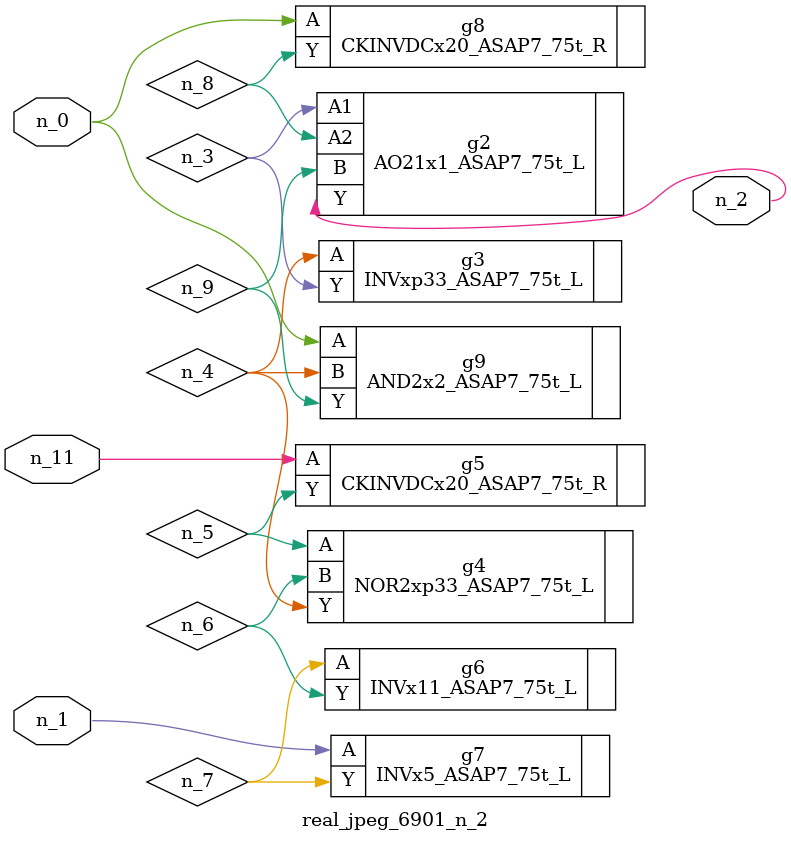
<source format=v>
module real_jpeg_6901_n_2 (n_1, n_11, n_0, n_2);

input n_1;
input n_11;
input n_0;

output n_2;

wire n_5;
wire n_8;
wire n_4;
wire n_6;
wire n_7;
wire n_3;
wire n_9;

CKINVDCx20_ASAP7_75t_R g8 ( 
.A(n_0),
.Y(n_8)
);

AND2x2_ASAP7_75t_L g9 ( 
.A(n_0),
.B(n_4),
.Y(n_9)
);

INVx5_ASAP7_75t_L g7 ( 
.A(n_1),
.Y(n_7)
);

AO21x1_ASAP7_75t_L g2 ( 
.A1(n_3),
.A2(n_8),
.B(n_9),
.Y(n_2)
);

INVxp33_ASAP7_75t_L g3 ( 
.A(n_4),
.Y(n_3)
);

NOR2xp33_ASAP7_75t_L g4 ( 
.A(n_5),
.B(n_6),
.Y(n_4)
);

INVx11_ASAP7_75t_L g6 ( 
.A(n_7),
.Y(n_6)
);

CKINVDCx20_ASAP7_75t_R g5 ( 
.A(n_11),
.Y(n_5)
);


endmodule
</source>
